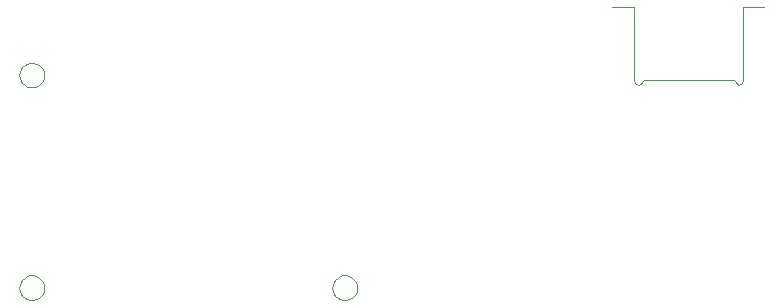
<source format=gm1>
G04*
G04 #@! TF.GenerationSoftware,Altium Limited,Altium Designer,24.3.1 (35)*
G04*
G04 Layer_Color=16711935*
%FSLAX25Y25*%
%MOIN*%
G70*
G04*
G04 #@! TF.SameCoordinates,03FD84D8-87D8-4BCB-B200-23DCDFDCD728*
G04*
G04*
G04 #@! TF.FilePolarity,Positive*
G04*
G01*
G75*
%ADD17C,0.00394*%
%ADD120C,0.00000*%
D17*
X60693Y361496D02*
X60573Y362485D01*
X60219Y363417D01*
X59653Y364237D01*
X58907Y364898D01*
X58025Y365361D01*
X57057Y365600D01*
X56061D01*
X55093Y365361D01*
X54211Y364898D01*
X53465Y364237D01*
X52899Y363417D01*
X52545Y362485D01*
X52425Y361496D01*
X52545Y360507D01*
X52899Y359575D01*
X53465Y358755D01*
X54211Y358094D01*
X55093Y357631D01*
X56061Y357392D01*
X57057D01*
X58025Y357631D01*
X58907Y358094D01*
X59653Y358755D01*
X60219Y359575D01*
X60573Y360507D01*
X60693Y361496D01*
X165024Y290630D02*
X164903Y291619D01*
X164550Y292551D01*
X163984Y293371D01*
X163238Y294032D01*
X162356Y294495D01*
X161388Y294734D01*
X160391D01*
X159424Y294495D01*
X158542Y294032D01*
X157796Y293371D01*
X157229Y292551D01*
X156876Y291619D01*
X156756Y290630D01*
X156876Y289641D01*
X157229Y288709D01*
X157796Y287889D01*
X158542Y287228D01*
X159424Y286765D01*
X160391Y286526D01*
X161388D01*
X162356Y286765D01*
X163238Y287228D01*
X163984Y287889D01*
X164550Y288709D01*
X164903Y289641D01*
X165024Y290630D01*
X60693Y290630D02*
X60573Y291619D01*
X60219Y292551D01*
X59653Y293371D01*
X58907Y294032D01*
X58025Y294495D01*
X57057Y294734D01*
X56061D01*
X55093Y294495D01*
X54211Y294032D01*
X53465Y293371D01*
X52899Y292551D01*
X52545Y291619D01*
X52425Y290630D01*
X52545Y289641D01*
X52899Y288709D01*
X53465Y287889D01*
X54211Y287228D01*
X55093Y286765D01*
X56061Y286526D01*
X57057D01*
X58025Y286765D01*
X58907Y287228D01*
X59653Y287889D01*
X60219Y288709D01*
X60573Y289641D01*
X60693Y290630D01*
D120*
X257402Y359845D02*
X257714Y358792D01*
X258679Y358268D01*
X258686Y358267D02*
X259553Y358557D01*
X259961Y359375D01*
X260548Y359843D02*
X259960Y359367D01*
X291221Y359367D02*
X290633Y359843D01*
X291220Y359375D02*
X291628Y358557D01*
X292495Y358267D01*
X292502Y358268D02*
X293467Y358792D01*
X293779Y359845D01*
X249921Y384252D02*
X257402Y384252D01*
Y359842D02*
Y384252D01*
X260551Y359842D02*
X290630D01*
X293779D02*
Y384252D01*
X300630Y384252D01*
M02*

</source>
